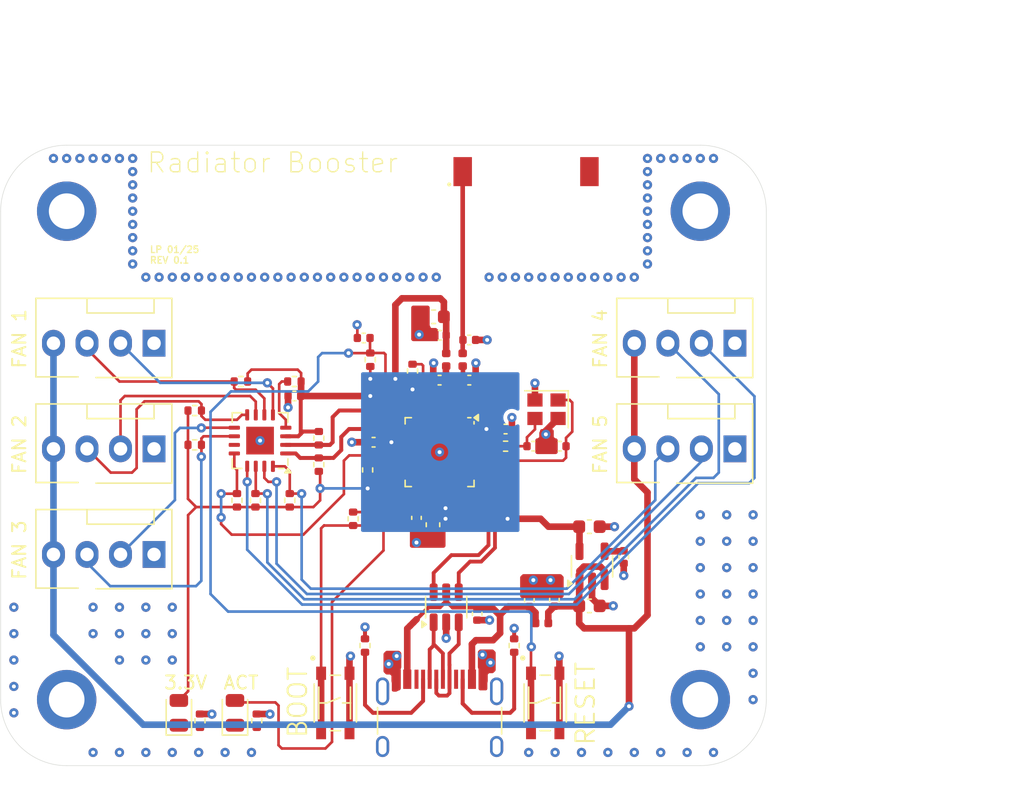
<source format=kicad_pcb>
(kicad_pcb (version 20241229) (generator "pcbnew") (generator_version "9.0")
  (title_block (title "Radiator Booster") (date "2025-01-19") (rev "0.1") (company "LP"))
  (layers (0 "F.Cu" signal "Front") (4 "In1.Cu" power) (6 "In2.Cu" power) (2 "B.Cu" signal "Back") (13 "F.Paste" user) (15 "B.Paste" user) (5 "F.SilkS" user "F.Silkscreen") (7 "B.SilkS" user "B.Silkscreen") (1 "F.Mask" user) (3 "B.Mask" user) (25 "Edge.Cuts" user))
  (net 0 "")
  (net 1 "GND")
  (net 2 "/[3] MCU/XTAL_N")
  (net 3 "+3.3V")
  (net 4 "+3.3V_RF")
  (net 5 "/[3] MCU/RF_ANT")
  (net 6 "VBUS")
  (net 7 "+5V")
  (net 8 "Net-(D201-K)")
  (net 9 "/[3] MCU/XTAL_IN")
  (net 10 "/[3] MCU/CHIP_EN")
  (net 11 "Net-(D301-K)")
  (net 12 "/[3] MCU/ACT")
  (net 15 "/[3] MCU/USB_CONN_D-")
  (net 16 "/[3] MCU/USB_CONN_CC2")
  (net 17 "/[3] MCU/USB_CONN_D+")
  (net 20 "/[3] MCU/USB_CONN_CC1")
  (net 21 "/[3] MCU/USB_D+")
  (net 22 "/[3] MCU/USB_D-")
  (net 23 "/[3] MCU/XTAL_P")
  (net 24 "/[3] MCU/BOOT")
  (net 25 "/I2C_DATA")
  (net 26 "/I2C_CLK")
  (net 27 "/FAN_ALERT")
  (net 38 "/[4] Fan Control/Tach1")
  (net 39 "/[4] Fan Control/PWM1")
  (net 40 "/[4] Fan Control/PWM2")
  (net 41 "/[4] Fan Control/TACH2")
  (net 42 "/[4] Fan Control/TACH3")
  (net 43 "/[4] Fan Control/PWM3")
  (net 44 "/[4] Fan Control/TACH4")
  (net 45 "/[4] Fan Control/PWM4")
  (net 46 "/[4] Fan Control/PWM5")
  (net 47 "/[4] Fan Control/TACH5")
  (net 48 "/[4] Fan Control/ADDR_SEL")
  (net 49 "/[3] MCU/GP2")
  (net 50 "/[3] MCU/GP8")
  (net 55 "/[3] MCU/RF_IN")
  (net 58 "/[2] Power/BP")
  (footprint "Capacitor_SMD:C_0402_1005Metric" (layer "F.Cu") (at 159.25 80 180)
    (property "Reference" "C401")
    (property "Value" "100n")
  )
  (footprint "Resistor_SMD:R_0402_1005Metric" (layer "F.Cu") (at 164.8 85.6 90)
    (property "Reference" "R305")
    (property "Value" "5k1")
  )
  (footprint "Resistor_SMD:R_0402_1005Metric" (layer "F.Cu") (at 168.2 78.1 90)
    (property "Reference" "R304")
    (property "Value" "5k1")
  )
  (footprint "Connector:FanPinHeader_1x04_P2.54mm_Vertical" (layer "F.Cu") (at 148.62 84 180)
    (property "Reference" "J402")
    (property "Value" "Fan2")
  )
  (footprint "Resistor_SMD:R_0402_1005Metric" (layer "F.Cu") (at 159.25 78.9)
    (property "Reference" "R402")
    (property "Value" "10k")
  )
  (footprint "Package_DFN_QFN:QFN-16-1EP_4x4mm_P0.65mm_EP2.1x2.1mm" (layer "F.Cu") (at 156.65 83.375 180)
    (property "Reference" "U401")
    (property "Value" "EMC2305-1-AP-TR")
  )
  (footprint "lzptr:SW_TL3365AF180QG" (layer "F.Cu") (at 178.25 103.2475 -90)
    (property "Reference" "SW301")
    (property "Value" "RESET")
  )
  (footprint "Resistor_SMD:R_0402_1005Metric" (layer "F.Cu") (at 175.25 83.8 180)
    (property "Reference" "R303")
    (property "Value" "22R")
  )
  (footprint "Crystal:Crystal_SMD_2520-4Pin_2.5x2.0mm" (layer "F.Cu") (at 178.35 81 180)
    (property "Reference" "Y301")
    (property "Value" "40 MHz")
  )
  (footprint "Connector_USB:USB_C_Receptacle_HRO_TYPE-C-31-M-12" (layer "F.Cu") (at 170.25 105.5)
    (property "Reference" "J301")
    (property "Value" "USB_C_Receptacle_USB2.0")
  )
  (footprint "Inductor_SMD:L_0402_1005Metric" (layer "F.Cu") (at 170.75 77.25 -90)
    (property "Reference" "L302")
    (property "Value" "2n2")
  )
  (footprint "lzptr:Rainsun-AN9520-245" (layer "F.Cu") (at 176.8 63)
    (property "Reference" "AE301")
    (property "Value" "Antenna")
  )
  (footprint "Resistor_SMD:R_0402_1005Metric" (layer "F.Cu") (at 156.3 87.9 90)
    (property "Reference" "R408")
    (property "Value" "2k2")
  )
  (footprint "Package_TO_SOT_SMD:SOT-23-6" (layer "F.Cu") (at 170.75 96 90)
    (property "Reference" "U301")
    (property "Value" "USBLC6-2SC6")
  )
  (footprint "Inductor_SMD:L_0402_1005Metric" (layer "F.Cu") (at 172 77.25 -90)
    (property "Reference" "L301")
    (property "Value" "2n2")
  )
  (footprint "Capacitor_SMD:C_0603_1608Metric" (layer "F.Cu") (at 169.8 73.9975 180)
    (property "Reference" "C305")
    (property "Value" "10u")
  )
  (footprint "Connector:FanPinHeader_1x04_P2.54mm_Vertical" (layer "F.Cu") (at 192.62 76 180)
    (property "Reference" "J404")
    (property "Value" "Fan4")
  )
  (footprint "Capacitor_SMD:C_0402_1005Metric" (layer "F.Cu") (at 165.25 83.5 180)
    (property "Reference" "C311")
    (property "Value" "100n")
  )
  (footprint "Capacitor_SMD:C_0402_1005Metric" (layer "F.Cu") (at 164.5 75.6025 180)
    (property "Reference" "C313")
    (property "Value" "100n")
  )
  (footprint "Resistor_SMD:R_0402_1005Metric" (layer "F.Cu") (at 156.4 104.5975 90)
    (property "Reference" "R308")
    (property "Value" "1k")
  )
  (footprint "Capacitor_SMD:C_0402_1005Metric" (layer "F.Cu") (at 170.27 75.3975 180)
    (property "Reference" "C307")
    (property "Value" "100n")
  )
  (footprint "MountingHole:MountingHole_2.7mm_M2.5_ISO14580_Pad" (layer "F.Cu") (at 190 102.9975)
    (property "Reference" "H104")
    (property "Value" "GND")
  )
  (footprint "Capacitor_SMD:C_0402_1005Metric" (layer "F.Cu") (at 177.05 95.465 90)
    (property "Reference" "C201")
    (property "Value" "100n")
  )
  (footprint "Package_DFN_QFN:QFN-32-1EP_5x5mm_P0.5mm_EP3.45x3.45mm" (layer "F.Cu") (at 170.25 84.25 -90)
    (property "Reference" "U302")
    (property "Value" "ESP32-C3FH4")
  )
  (footprint "Resistor_SMD:R_0402_1005Metric" (layer "F.Cu") (at 164.6 98.9 90)
    (property "Reference" "R301")
    (property "Value" "5k1")
  )
  (footprint "Capacitor_SMD:C_0402_1005Metric" (layer "F.Cu") (at 170.25 78.7975 180)
    (property "Reference" "C308")
    (property "Value" "100n")
  )
  (footprint "Resistor_SMD:R_0402_1005Metric" (layer "F.Cu") (at 163.7 89.3 -90)
    (property "Reference" "R306")
    (property "Value" "5k1")
  )
  (footprint "Resistor_SMD:R_0402_1005Metric" (layer "F.Cu") (at 151.7 83.7)
    (property "Reference" "R407")
    (property "Value" "2k2")
  )
  (footprint "MountingHole:MountingHole_2.7mm_M2.5_ISO14580_Pad" (layer "F.Cu") (at 142 65.9975)
    (property "Reference" "H101")
    (property "Value" "GND")
  )
  (footprint "Inductor_SMD:L_0402_1005Metric" (layer "F.Cu") (at 178 97.1975)
    (property "Reference" "L201")
    (property "Value" "2n2")
  )
  (footprint "MountingHole:MountingHole_2.7mm_M2.5_ISO14580_Pad" (layer "F.Cu") (at 142 103)
    (property "Reference" "H103")
    (property "Value" "GND")
  )
  (footprint "Connector:FanPinHeader_1x04_P2.54mm_Vertical" (layer "F.Cu") (at 148.62 76 180)
    (property "Reference" "J401")
    (property "Value" "Fan1")
  )
  (footprint "Capacitor_SMD:C_0402_1005Metric" (layer "F.Cu") (at 168.5 89.23 -90)
    (property "Reference" "C310")
    (property "Value" "100n")
  )
  (footprint "Resistor_SMD:R_0402_1005Metric" (layer "F.Cu") (at 154.9 87.9 -90)
    (property "Reference" "R401")
    (property "Value" "10k")
  )
  (footprint "Capacitor_SMD:C_0402_1005Metric" (layer "F.Cu") (at 177.35 83.8)
    (property "Reference" "C303")
    (property "Value" "10pF")
  )
  (footprint "Resistor_SMD:R_0402_1005Metric" (layer "F.Cu") (at 165 77.25 -90)
    (property "Reference" "R307")
    (property "Value" "5k1")
  )
  (footprint "Capacitor_SMD:C_0603_1608Metric" (layer "F.Cu") (at 181.6 95.8975)
    (property "Reference" "C203")
    (property "Value" "10u")
  )
  (footprint "Capacitor_SMD:C_0402_1005Metric" (layer "F.Cu") (at 184.2 92.1975 -90)
    (property "Reference" "C204")
    (property "Value" "100n")
  )
  (footprint "Resistor_SMD:R_0402_1005Metric" (layer "F.Cu") (at 175.9 98.9 90)
    (property "Reference" "R302")
    (property "Value" "5k1")
  )
  (footprint "Capacitor_SMD:C_0402_1005Metric" (layer "F.Cu") (at 178.95 95.445 90)
    (property "Reference" "C202")
    (property "Value" "100n")
  )
  (footprint "Capacitor_SMD:C_0603_1608Metric" (layer "F.Cu") (at 169.75 89.75 -90)
    (property "Reference" "C312")
    (property "Value" "10u")
  )
  (footprint "Package_TO_SOT_SMD:SOT-23-5" (layer "F.Cu") (at 181.8 92.8975 90)
    (property "Reference" "U201")
    (property "Value" "SPX3819M5-L-3-3")
  )
  (footprint "Capacitor_SMD:C_0402_1005Metric" (layer "F.Cu") (at 175.25 82.5)
    (property "Reference" "C309")
    (property "Value" "100n")
  )
  (footprint "Capacitor_SMD:C_0402_1005Metric" (layer "F.Cu") (at 179.35 83.8 180)
    (property "Reference" "C301")
    (property "Value" "10pF")
  )
  (footprint "LED_SMD:LED_0805_2012Metric" (layer "F.Cu") (at 154.75 104 90)
    (property "Reference" "D301")
    (property "Value" "RUN")
  )
  (footprint "Resistor_SMD:R_0402_1005Metric" (layer "F.Cu") (at 152.1 104.5975 90)
    (property "Reference" "R201")
    (property "Value" "1k")
  )
  (footprint "Capacitor_SMD:C_0603_1608Metric" (layer "F.Cu") (at 181.6 89.8975)
    (property "Reference" "C205")
    (property "Value" "10u")
  )
  (footprint "Resistor_SMD:R_0402_1005Metric" (layer "F.Cu") (at 161.1 85.1975 90)
    (property "Reference" "R403")
    (property "Value" "2k2")
  )
  (footprint "LED_SMD:LED_0805_2012Metric" (layer "F.Cu") (at 150.5 104 90)
    (property "Reference" "D201")
    (property "Value" "3.3V")
  )
  (footprint "Capacitor_SMD:C_0402_1005Metric" (layer "F.Cu") (at 173.1 96.4975 -90)
    (property "Reference" "C306")
    (property "Value" "100n")
  )
  (footprint "lzptr:SW_TL3365AF180QG" (layer "F.Cu") (at 162.35 103.25 -90)
    (property "Reference" "SW302")
    (property "Value" "BOOT")
  )
  (footprint "Capacitor_SMD:C_0402_1005Metric" (layer "F.Cu") (at 172.5 75.75)
    (property "Reference" "C302")
    (property "Value" "3p")
  )
  (footprint "Resistor_SMD:R_0402_1005Metric" (layer "F.Cu") (at 155.2 78.9 180)
    (property "Reference" "R405")
    (property "Value" "2k2")
  )
  (footprint "MountingHole:MountingHole_2.7mm_M2.5_ISO14580_Pad" (layer "F.Cu") (at 190 65.9975)
    (property "Reference" "H102")
    (property "Value" "GND")
  )
  (footprint "Resistor_SMD:R_0402_1005Metric" (layer "F.Cu") (at 161.1 83.1975 -90)
    (property "Reference" "R404")
    (property "Value" "2k2")
  )
  (footprint "Capacitor_SMD:C_0402_1005Metric" (layer "F.Cu") (at 172.5 78.7975)
    (property "Reference" "C304")
    (property "Value" "3p")
  )
  (footprint "Connector:FanPinHeader_1x04_P2.54mm_Vertical" (layer "F.Cu") (at 192.62 84 180)
    (property "Reference" "J405")
    (property "Value" "Fan5")
  )
  (footprint "Resistor_SMD:R_0402_1005Metric" (layer "F.Cu") (at 151.7 81.1)
    (property "Reference" "R406")
    (property "Value" "2k2")
  )
  (footprint "Connector:FanPinHeader_1x04_P2.54mm_Vertical" (layer "F.Cu") (at 148.62 92 180)
    (property "Reference" "J403")
    (property "Value" "Fan3")
  )
  (footprint "Resistor_SMD:R_0402_1005Metric" (layer "F.Cu") (at 158.9 87.9 90)
    (property "Reference" "R409")
    (property "Value" "2k2")
  )
  (gr_arc (start 142 108) (mid 138.464466 106.535534) (end 137 103) (stroke (width 0.0381)) (layer "Edge.Cuts"))
  (gr_line (start 137 65.9975) (end 137 103) (stroke (width 0.0381)) (layer "Edge.Cuts"))
  (gr_line (start 142 108) (end 190 107.9975) (stroke (width 0.0381)) (layer "Edge.Cuts"))
  (gr_line (start 190 60.9975) (end 142 60.9975) (stroke (width 0.0381)) (layer "Edge.Cuts"))
  (gr_arc (start 137 65.9975) (mid 138.464466 62.461966) (end 142 60.9975) (stroke (width 0.0381)) (layer "Edge.Cuts"))
  (gr_arc (start 190 60.9975) (mid 193.535534 62.461966) (end 195 65.9975) (stroke (width 0.0381)) (layer "Edge.Cuts"))
  (gr_line (start 195 103) (end 195 65.9975) (stroke (width 0.0381)) (layer "Edge.Cuts"))
  (gr_arc (start 194.999999 103) (mid 193.53465 106.533917) (end 190 107.9975) (stroke (width 0.0381)) (layer "Edge.Cuts"))
  (gr_text "FAN 5" (at 183 86 90) (layer "F.SilkS") (effects (font (size 1 1)) (justify left bottom)))
  (gr_text "LP 01/25\nREV 0.1" (at 148.25 70 0) (layer "F.SilkS") (effects (font (size 0.5 0.5) (thickness 0.1)) (justify left bottom)))
  (gr_text "ACT" (at 153.8 102.2975 0) (layer "F.SilkS") (effects (font (size 1 1)) (justify left bottom)))
  (gr_text "Radiator Booster" (at 148 63.2 0) (layer "F.SilkS") (effects (font (size 1.5 1.5) (thickness 0.1)) (justify left bottom)))
  (gr_text "FAN 1\n" (at 139 78 90) (layer "F.SilkS") (effects (font (size 1 1)) (justify left bottom)))
  (gr_text "FAN 3\n" (at 139 94 90) (layer "F.SilkS") (effects (font (size 1 1)) (justify left bottom)))
  (gr_text "FAN 2\n" (at 139 86 90) (layer "F.SilkS") (effects (font (size 1 1)) (justify left bottom)))
  (gr_text "FAN 4" (at 183 78 90) (layer "F.SilkS") (effects (font (size 1 1)) (justify left bottom)))
  (gr_text "3.3V" (at 149.3 102.2975 0) (layer "F.SilkS") (effects (font (size 1 1)) (justify left bottom)))
  (segment (start 178.3 82.9) (end 178.3 82.625) (width 0.5) (layer "F.Cu") (net 1))
  (segment (start 179.325 99.725) (end 179.3 99.7) (width 0.5) (layer "F.Cu") (net 1))
  (segment (start 156.4 104.0875) (end 157.39 104.0875) (width 0.5) (layer "F.Cu") (net 1))
  (segment (start 178.3 82.625) (end 179.225 81.7) (width 0.5) (layer "F.Cu") (net 1))
  (segment (start 172.98 77.52) (end 172.98 78.7975) (width 0.5) (layer "F.Cu") (net 1))
  (segment (start 152.99 104.0875) (end 153 104.0975) (width 0.5) (layer "F.Cu") (net 1))
  (segment (start 163.6025 83.5) (end 164.77 83.5) (width 0.5) (layer "F.Cu") (net 1))
  (segment (start 170.75 98.3475) (end 170.75 97.1375) (width 0.5) (layer "F.Cu") (net 1))
  (segment (start 164.02 74.6225) (end 164 74.6025) (width 0.2) (layer "F.Cu") (net 1))
  (segment (start 177.475 79.0225) (end 177.475 80.3) (width 0.5) (layer "F.Cu") (net 1))
  (segment (start 179.325 100.9975) (end 179.325 99.725) (width 0.5) (layer "F.Cu") (net 1))
  (segment (start 169.77 77.53) (end 169.77 78.7975) (width 0.5) (layer "F.Cu") (net 1))
  (segment (start 164.8 83.4975) (end 164.7975 83.5) (width 0.5) (layer "F.Cu") (net 1))
  (segment (start 157.39 104.0875) (end 157.4 104.0975) (width 0.5) (layer "F.Cu") (net 1))
  (segment (start 163.425 101) (end 163.425 105.5) (width 0.5) (layer "F.Cu") (net 1))
  (segment (start 152.1 104.0875) (end 152.99 104.0875) (width 0.5) (layer "F.Cu") (net 1))
  (segment (start 183.5025 89.8975) (end 183.5 89.9) (width 0.5) (layer "F.Cu") (net 1))
  (segment (start 164.7975 83.5) (end 164.77 83.5) (width 0.5) (layer "F.Cu") (net 1))
  (segment (start 184.2 93.595) (end 184.2 93.6) (width 0.5) (layer "F.Cu") (net 1))
  (segment (start 173.8525 75.75) (end 172.98 75.75) (width 0.5) (layer "F.Cu") (net 1))
  (segment (start 163.425 99.775) (end 163.5 99.7) (width 0.5) (layer "F.Cu") (net 1))
  (segment (start 179.325 100.9975) (end 179.325 105.4975) (width 0.5) (layer "F.Cu") (net 1))
  (segment (start 181.8 94.035) (end 181.8 95.3225) (width 0.5) (layer "F.Cu") (net 1))
  (segment (start 175.73 81.6275) (end 175.73 82.5) (width 0.5) (layer "F.Cu") (net 1))
  (segment (start 183.5025 89.8975) (end 182.375 89.8975) (width 0.5) (layer "F.Cu") (net 1))
  (segment (start 183.4025 95.8975) (end 182.375 95.8975) (width 0.5) (layer "F.Cu") (net 1))
  (segment (start 173 77.5) (end 172.98 77.52) (width 0.5) (layer "F.Cu") (net 1))
  (segment (start 175.9 98.39) (end 175.9 97.6) (width 0.3) (layer "F.Cu") (net 1))
  (segment (start 164.6 98.39) (end 164.6 97.5) (width 0.3) (layer "F.Cu") (net 1))
  (segment (start 184.2 93.595) (end 184.2 92.6775) (width 0.5) (layer "F.Cu") (net 1))
  (segment (start 164.02 75.6025) (end 164.02 74.6225) (width 0.2) (layer "F.Cu") (net 1))
  (segment (start 179.225 81.7) (end 179.225 81.8725) (width 0.5) (layer "F.Cu") (net 1))
  (segment (start 163.425 101) (end 163.425 99.775) (width 0.5) (layer "F.Cu") (net 1))
  (segment (start 174.0325 96.9775) (end 173.1 96.9775) (width 0.5) (layer "F.Cu") (net 1))
  (segment (start 169.8 77.5) (end 169.77 77.53) (width 0.5) (layer "F.Cu") (net 1))
  (segment (start 163.6 83.4975) (end 163.6025 83.5) (width 0.5) (layer "F.Cu") (net 1))
  (segment (start 181.8 95.3225) (end 182.375 95.8975) (width 0.5) (layer "F.Cu") (net 1))
  (segment (start 158.77 80.8675) (end 158.77 80) (width 0.5) (layer "F.Cu") (net 1))
  (via (at 190 97) (size 0.7) (drill 0.3) (layers "F.Cu" "B.Cu") (net 1))
  (via (at 174.0325 96.9775) (size 0.7) (drill 0.3) (layers "F.Cu" "B.Cu") (net 1))
  (via (at 166.4 100.2975) (size 0.7) (drill 0.3) (layers "F.Cu" "B.Cu") (net 1))
  (via (at 192 95) (size 0.7) (drill 0.3) (layers "F.Cu" "B.Cu") (net 1))
  (via (at 186 66) (size 0.7) (drill 0.3) (layers "F.Cu" "B.Cu") (net 1))
  (via (at 179 107) (size 0.7) (drill 0.3) (layers "F.Cu" "B.Cu") (net 1))
  (via (at 151 71) (size 0.7) (drill 0.3) (layers "F.Cu" "B.Cu") (net 1))
  (via (at 194 101) (size 0.7) (drill 0.3) (layers "F.Cu" "B.Cu") (net 1))
  (via (at 192 97) (size 0.7) (drill 0.3) (layers "F.Cu" "B.Cu") (net 1))
  (via (at 165 71) (size 0.7) (drill 0.3) (layers "F.Cu" "B.Cu") (net 1))
  (via (at 169 71) (size 0.7) (drill 0.3) (layers "F.Cu" "B.Cu") (net 1))
  (via (at 188 62) (size 0.7) (drill 0.3) (layers "F.Cu" "B.Cu") (net 1))
  (via (at 194 91) (size 0.7) (drill 0.3) (layers "F.Cu" "B.Cu") (net 1))
  (via (at 175 71) (size 0.7) (drill 0.3) (layers "F.Cu" "B.Cu") (net 1))
  (via (at 168.5 91.1) (size 0.7) (drill 0.3) (layers "F.Cu" "B.Cu") (net 1))
  (via (at 157 71) (size 0.7) (drill 0.3) (layers "F.Cu" "B.Cu") (net 1))
  (via (at 186 64) (size 0.7) (drill 0.3) (layers "F.Cu" "B.Cu") (net 1))
  (via (at 175.9 97.6) (size 0.7) (drill 0.3) (layers "F.Cu" "B.Cu") (net 1))
  (via (at 150 107) (size 0.7) (drill 0.3) (layers "F.Cu" "B.Cu") (net 1))
  (via (at 143 62) (size 0.7) (drill 0.3) (layers "F.Cu" "B.Cu") (net 1))
  (via (at 147 66) (size 0.7) (drill 0.3) (layers "F.Cu" "B.Cu") (net 1))
  (via (at 190 62) (size 0.7) (drill 0.3) (layers "F.Cu" "B.Cu") (net 1))
  (via (at 164 71) (size 0.7) (drill 0.3) (layers "F.Cu" "B.Cu") (net 1))
  (via (at 191 107) (size 0.7) (drill 0.3) (layers "F.Cu" "B.Cu") (net 1))
  (via (at 186 62) (size 0.7) (drill 0.3) (layers "F.Cu" "B.Cu") (net 1))
  (via (at 190 99) (size 0.7) (drill 0.3) (layers "F.Cu" "B.Cu") (net 1))
  (via (at 194 89) (size 0.7) (drill 0.3) (layers "F.Cu" "B.Cu") (net 1))
  (via (at 169.8 77.5) (size 0.7) (drill 0.3) (layers "F.Cu" "B.Cu") (net 1))
  (via (at 150 100) (size 0.7) (drill 0.3) (layers "F.Cu" "B.Cu") (net 1))
  (via (at 163 71) (size 0.7) (drill 0.3) (layers "F.Cu" "B.Cu") (net 1))
  (via (at 155 71) (size 0.7) (drill 0.3) (layers "F.Cu" "B.Cu") (net 1))
  (via (at 146 107) (size 0.7) (drill 0.3) (layers "F.Cu" "B.Cu") (net 1))
  (via (at 184.2 93.6) (size 0.7) (drill 0.3) (layers "F.Cu" "B.Cu") (net 1))
  (via (at 138 96) (size 0.7) (drill 0.3) (layers "F.Cu" "B.Cu") (net 1))
  (via (at 164 74.6025) (size 0.7) (drill 0.3) (layers "F.Cu" "B.Cu") (net 1))
  (via (at 147 68) (size 0.7) (drill 0.3) (layers "F.Cu" "B.Cu") (net 1))
  (via (at 190 93) (size 0.7) (drill 0.3) (layers "F.Cu" "B.Cu") (net 1))
  (via (at 150 71) (size 0.7) (drill 0.3) (layers "F.Cu" "B.Cu") (net 1))
  (via (at 179 71) (size 0.7) (drill 0.3) (layers "F.Cu" "B.Cu") (net 1))
  (via (at 194 99) (size 0.7) (drill 0.3) (layers "F.Cu" "B.Cu") (net 1))
  (via (at 138 102) (size 0.7) (drill 0.3) (layers "F.Cu" "B.Cu") (net 1))
  (via (at 173 77.5) (size 0.7) (drill 0.3) (layers "F.Cu" "B.Cu") (net 1))
  (via (at 162 71) (size 0.7) (drill 0.3) (layers "F.Cu" "B.Cu") (net 1))
  (via (at 184 71) (size 0.7) (drill 0.3) (layers "F.Cu" "B.Cu") (net 1))
  (via (at 181 71) (size 0.7) (drill 0.3) (layers "F.Cu" "B.Cu") (net 1))
  (via (at 178 71) (size 0.7) (drill 0.3) (layers "F.Cu" "B.Cu") (net 1))
  (via (at 179.3 99.7) (size 0.7) (drill 0.3) (layers "F.Cu" "B.Cu") (net 1))
  (via (at 190 91) (size 0.7) (drill 0.3) (layers "F.Cu" "B.Cu") (net 1))
  (via (at 173.8525 75.75) (size 0.7) (drill 0.3) (layers "F.Cu" "B.Cu") (net 1))
  (via (at 138 100) (size 0.7) (drill 0.3) (layers "F.Cu" "B.Cu") (net 1))
  (via (at 177 71) (size 0.7) (drill 0.3) (layers "F.Cu" "B.Cu") (net 1))
  (via (at 147 69) (size 0.7) (drill 0.3) (layers "F.Cu" "B.Cu") (net 1))
  (via (at 186 63) (size 0.7) (drill 0.3) (layers "F.Cu" "B.Cu") (net 1))
  (via (at 186 68) (size 0.7) (drill 0.3) (layers "F.Cu" "B.Cu") (net 1))
  (via (at 176 71) (size 0.7) (drill 0.3) (layers "F.Cu" "B.Cu") (net 1))
  (via (at 185 107) (size 0.7) (drill 0.3) (layers "F.Cu" "B.Cu") (net 1))
  (via (at 164.6 97.5) (size 0.7) (drill 0.3) (layers "F.Cu" "B.Cu") (net 1))
  (via (at 183.4025 95.8975) (size 0.7) (drill 0.3) (layers "F.Cu" "B.Cu") (net 1))
  (via (at 153 104.0975) (size 0.7) (drill 0.3) (layers "F.Cu" "B.Cu") (net 1))
  (via (at 158 71) (size 0.7) (drill 0.3) (layers "F.Cu" "B.Cu") (net 1))
  (via (at 183 107) (size 0.7) (drill 0.3) (layers "F.Cu" "B.Cu") (net 1))
  (via (at 144 96) (size 0.7) (drill 0.3) (layers "F.Cu" "B.Cu") (net 1))
  (via (at 154 71) (size 0.7) (drill 0.3) (layers "F.Cu" "B.Cu") (net 1))
  (via (at 178.3 82.9) (size 0.7) (drill 0.3) (layers "F.Cu" "B.Cu") (net 1))
  (via (at 144 62) (size 0.7) (drill 0.3) (layers "F.Cu" "B.Cu") (net 1))
  (via (at 191 62) (size 0.7) (drill 0.3) (layers "F.Cu" "B.Cu") (net 1))
  (via (at 163.5 99.7) (size 0.7) (drill 0.3) (layers "F.Cu" "B.Cu") (net 1))
  (via (at 180 71) (size 0.7) (drill 0.3) (layers "F.Cu" "B.Cu") (net 1))
  (via (at 146 98) (size 0.7) (drill 0.3) (layers "F.Cu" "B.Cu") (net 1))
  (via (at 159 71) (size 0.7) (drill 0.3) (layers "F.Cu" "B.Cu") (net 1))
  (via (at 141 62) (size 0.7) (drill 0.3) (layers "F.Cu" "B.Cu") (net 1))
  (via (at 146 96) (size 0.7) (drill 0.3) (layers "F.Cu" "B.Cu") (net 1))
  (via (at 175.73 81.6275) (size 0.7) (drill 0.3) (layers "F.Cu" "B.Cu") (net 1))
  (via (at 148 96) (size 0.7) (drill 0.3) (layers "F.Cu" "B.Cu") (net 1))
  (via (at 153 71) (size 0.7) (drill 0.3) (layers "F.Cu" "B.Cu") (net 1))
  (via (at 183.5 89.9) (size 0.7) (drill 0.3) (layers "F.Cu" "B.Cu") (net 1))
  (via (at 186 67) (size 0.7) (drill 0.3) (layers "F.Cu" "B.Cu") (net 1))
  (via (at 147 62) (size 0.7) (drill 0.3) (layers "F.Cu" "B.Cu") (net 1))
  (via (at 167 99.6975) (size 0.7) (drill 0.3) (layers "F.Cu" "B.Cu") (net 1))
  (via (at 177.35 93.945) (size 0.7) (drill 0.3) (layers "F.Cu" "B.Cu") (net 1))
  (via (at 163.6 83.4975) (size 0.7) (drill 0.3) (layers "F.Cu" "B.Cu") (net 1))
  (via (at 148 100) (size 0.7) (drill 0.3) (layers "F.Cu" "B.Cu") (net 1))
  (via (at 152 71) (size 0.7) (drill 0.3) (layers "F.Cu" "B.Cu") (net 1))
  (via (at 177 107) (size 0.7) (drill 0.3) (layers "F.Cu" "B.Cu") (net 1))
  (via (at 186 69) (size 0.7) (drill 0.3) (layers "F.Cu" "B.Cu") (net 1))
  (via (at 194 103) (size 0.7) (drill 0.3) (layers "F.Cu" "B.Cu") (net 1))
  (via (at 138 104) (size 0.7) (drill 0.3) (layers "F.Cu" "B.Cu") (net 1))
  (via (at 183 71) (size 0.7) (drill 0.3) (layers "F.Cu" "B.Cu") (net 1))
  (via (at 161 71) (size 0.7) (drill 0.3) (layers "F.Cu" "B.Cu") (net 1))
  (via (at 150 96) (size 0.7) (drill 0.3) (layers "F.Cu" "B.Cu") (net 1))
  (via (at 192 89) (size 0.7) (drill 0.3) (layers "F.Cu" "B.Cu") (net 1))
  (via (at 189 62) (size 0.7) (drill 0.3) (layers "F.Cu" "B.Cu") (net 1))
  (via (at 144 107) (size 0.7) (drill 0.3) (layers "F.Cu" "B.Cu") (net 1))
  (via (at 170 71) (size 0.7) (drill 0.3) (layers "F.Cu" "B.Cu") (net 1))
  (via (at 192 91) (size 0.7) (drill 0.3) (layers "F.Cu" "B.Cu") (net 1))
  (via (at 194 97) (size 0.7) (drill 0.3) (layers "F.Cu" "B.Cu") (net 1))
  (via (at 186 70) (size 0.7) (drill 0.3) (layers "F.Cu" "B.Cu") (net 1))
  (via (at 157.4 104.0975) (size 0.7) (drill 0.3) (layers "F.Cu" "B.Cu") (net 1))
  (via (at 152 107) (size 0.7) (drill 0.3) (layers "F.Cu" "B.Cu") (net 1))
  (via (at 147 63) (size 0.7) (drill 0.3) (layers "F.Cu" "B.Cu") (net 1))
  (via (at 192 99) (size 0.7) (drill 0.3) (layers "F.Cu" "B.Cu") (net 1))
  (via (at 147 67) (size 0.7) (drill 0.3) (layers "F.Cu" "B.Cu") (net 1))
  (via (at 156.65 83.375) (size 0.7) (drill 0.3) (layers "F.Cu" "B.Cu") (net 1))
  (via (at 190 89) (size 0.7) (drill 0.3) (layers "F.Cu" "B.Cu") (net 1))
  (via (at 148 107) (size 0.7) (drill 0.3) (layers "F.Cu" "B.Cu") (net 1))
  (via (at 142 62) (size 0.7) (drill 0.3) (layers "F.Cu" "B.Cu") (net 1))
  (via (at 168.7 75.345) (size 0.7) (drill 0.3) (layers "F.Cu" "B.Cu") (net 1))
  (via (at 148 71) (size 0.7) (drill 0.3) (layers "F.Cu" "B.Cu") (net 1))
  (via (at 168 71) (size 0.7) (drill 0.3) (layers "F.Cu" "B.Cu") (net 1))
  (via (at 174.1 100.1975) (size 0.7) (drill 0.3) (layers "F.Cu" "B.Cu") (net 1))
  (via (at 186 65) (size 0.7) (drill 0.3) (layers "F.Cu" "B.Cu") (net 1))
  (via (at 147 65) (size 0.7) (drill 0.3) (layers "F.Cu" "B.Cu") (net 1))
  (via (at 156 71) (size 0.7) (drill 0.3) (layers "F.Cu" "B.Cu") (net 1))
  (via (at 166 71) (size 0.7) (drill 0.3) (layers "F.Cu" "B.Cu") (net 1))
  (via (at 147 70) (size 0.7) (drill 0.3) (layers "F.Cu" "B.Cu") (net 1))
  (via (at 146 100) (size 0.7) (drill 0.3) (layers "F.Cu" "B.Cu") (net 1))
  (via (at 185 71) (size 0.7) (drill 0.3) (layers "F.Cu" "B.Cu") (net 1))
  (via (at 189 107) (size 0.7) (drill 0.3) (layers "F.Cu" "B.Cu") (net 1))
  (via (at 177.475 79.0225) (size 0.7) (drill 0.3) (layers "F.Cu" "B.Cu") (net 1))
  (via (at 174 71) (size 0.7) (drill 0.3) (layers "F.Cu" "B.Cu") (net 1))
  (via (at 194 95) (size 0.7) (drill 0.3) (layers "F.Cu" "B.Cu") (net 1))
  (via (at 170.25 84.25) (size 0.7) (drill 0.3) (layers "F.Cu" "B.Cu") (net 1))
  (via (at 144 98) (size 0.7) (drill 0.3) (layers "F.Cu" "B.Cu") (net 1))
  (via (at 181 107) (size 0.7) (drill 0.3) (layers "F.Cu" "B.Cu") (net 1))
  (via (at 182 71) (size 0.7) (drill 0.3) (layers "F.Cu" "B.Cu") (net 1))
  (via (at 146 62) (size 0.7) (drill 0.3) (layers "F.Cu" "B.Cu") (net 1))
  (via (at 170.75 98.3475) (size 0.7) (drill 0.3) (layers "F.Cu" "B.Cu") (net 1))
  (via (at 145 62) (size 0.7) (drill 0.3) (layers "F.Cu" "B.Cu") (net 1))
  (via (at 149 71) (size 0.7) (drill 0.3) (layers "F.Cu" "B.Cu") (net 1))
  (via (at 150 98) (size 0.7) (drill 0.3) (layers "F.Cu" "B.Cu") (net 1))
  (via (at 156 107) (size 0.7) (drill 0.3) (layers "F.Cu" "B.Cu") (net 1))
  (via (at 194 93) (size 0.7) (drill 0.3) (layers "F.Cu" "B.Cu") (net 1))
  (via (at 167 71) (size 0.7) (drill 0.3) (layers "F.Cu" "B.Cu") (net 1))
  (via (at 178.65 93.945) (size 0.7) (drill 0.3) (layers "F.Cu" "B.Cu") (net 1))
  (via (at 192 93) (size 0.7) (drill 0.3) (layers "F.Cu" "B.Cu") (net 1))
  (via (at 187 62) (size 0.7) (drill 0.3) (layers "F.Cu" "B.Cu") (net 1))
  (via (at 147 64) (size 0.7) (drill 0.3) (layers "F.Cu" "B.Cu") (net 1))
  (via (at 138 98) (size 0.7) (drill 0.3) (layers "F.Cu" "B.Cu") (net 1))
  (via (at 158.77 80.8675) (size 0.7) (drill 0.3) (layers "F.Cu" "B.Cu") (net 1))
  (via (at 187 107) (size 0.7) (drill 0.3) (layers "F.Cu" "B.Cu") (net 1))
  (via (at 160 71) (size 0.7) (drill 0.3) (layers "F.Cu" "B.Cu") (net 1))
  (via (at 148 98) (size 0.7) (drill 0.3) (layers "F.Cu" "B.Cu") (net 1))
  (via (at 154 107) (size 0.7) (drill 0.3) (layers "F.Cu" "B.Cu") (net 1))
  (via (at 190 95) (size 0.7) (drill 0.3) (layers "F.Cu" "B.Cu") (net 1))
  (via (at 173.5 99.5975) (size 0.7) (drill 0.3) (layers "F.Cu" "B.Cu") (net 1))
  (segment (start 174.4 84.8975) (end 173.5 83.9975) (width 0.2) (layer "F.Cu") (net 2))
  (segment (start 173.5 83.9975) (end 173.4975 84) (width 0.2) (layer "F.Cu") (net 2))
  (segment (start 180.1 80.2975) (end 180.0975 80.3) (width 0.2) (layer "F.Cu") (net 2))
  (segment (start 180.0975 80.3) (end 179.225 80.3) (width 0.2) (layer "F.Cu") (net 2))
  (segment (start 179.6 84.8975) (end 174.4 84.8975) (width 0.2) (layer "F.Cu") (net 2))
  (segment (start 180.3 82.6975) (end 180.3 80.4975) (width 0.2) (layer "F.Cu") (net 2))
  (segment (start 179.83 84.6675) (end 179.83 83.8) (width 0.2) (layer "F.Cu") (net 2))
  (segment (start 180.3 80.4975) (end 180.1 80.2975) (width 0.2) (layer "F.Cu") (net 2))
  (segment (start 179.83 83.8) (end 179.83 83.1675) (width 0.2) (layer "F.Cu") (net 2))
  (segment (start 179.83 84.6675) (end 179.6 84.8975) (width 0.2) (layer "F.Cu") (net 2))
  (segment (start 173.4975 84) (end 172.6875 84) (width 0.2) (layer "F.Cu") (net 2))
  (segment (start 179.83 83.1675) (end 180.3 82.6975) (width 0.2) (layer "F.Cu") (net 2))
  (segment (start 151.19 81.2) (end 151.19 83.7) (width 0.2) (layer "F.Cu") (net 3))
  (segment (start 168.5 88.75) (end 168.6525 88.75) (width 0.2) (layer "F.Cu") (net 3))
  (segment (start 178.5 89.8975) (end 177.9 89.2975) (width 0.5) (layer "F.Cu") (net 3))
  (segment (start 165 77.76) (end 165 78.7) (width 0.2) (layer "F.Cu") (net 3))
  (segment (start 159.5 78) (end 156 78) (width 0.2) (layer "F.Cu") (net 3))
  (segment (start 173.3 83) (end 173.8 82.5) (width 0.2) (layer "F.Cu") (net 3))
  (segment (start 155.71 78.29) (end 155.71 78.9) (width 0.2) (layer "F.Cu") (net 3))
  (segment (start 161.2 87.9) (end 161.2 86.9975) (width 0.2) (layer "F.Cu") (net 3))
  (segment (start 164.85 80) (end 159.73 80) (width 0.5) (layer "F.Cu") (net 3))
  (segment (start 151.81 88.41) (end 154.9 88.41) (width 0.2) (layer "F.Cu") (net 3))
  (segment (start 167.8125 83.5) (end 166.6 83.5) (width 0.2) (layer "F.Cu") (net 3))
  (segment (start 170.575 72.875) (end 170.3 72.6) (width 0.5) (layer "F.Cu") (net 3))
  (segment (start 164.51 88.79) (end 164.8 88.5) (width 0.2) (layer "F.Cu") (net 3))
  (segment (start 159.76 78.9) (end 159.76 78.26) (width 0.2) (layer "F.Cu") (net 3))
  (segment (start 151.19 83.7) (end 151.19 87.79) (width 0.2) (layer "F.Cu") (net 3))
  (segment (start 165.73 83.5) (end 166.6 83.5) (width 0.5) (layer "F.Cu") (net 3))
  (segment (start 159.76 78.9) (end 159.76 79.97) (width 0.5) (layer "F.Cu") (net 3))
  (segment (start 154.9 88.41) (end 156.3 88.41) (width 0.2) (layer "F.Cu") (net 3))
  (segment (start 170.75 75.3975) (end 170.75 74.2225) (width 0.5) (layer "F.Cu") (net 3))
  (segment (start 151.7 88.3) (end 151.81 88.41) (width 0.2) (layer "F.Cu") (net 3))
  (segment (start 168.5 86.6875) (end 168.5 88.75) (width 0.2) (layer "F.Cu") (net 3))
  (segment (start 170.3 72.6) (end 167.4 72.6) (width 0.5) (layer "F.Cu") (net 3))
  (segment (start 159.73 82.8675) (end 159.91 82.6875) (width 0.3) (layer "F.Cu") (net 3))
  (segment (start 151.19 87.79) (end 151.7 88.3) (width 0.2) (layer "F.Cu") (net 3))
  (segment (start 164.8 88.5) (end 164.8 87) (width 0.2) (layer "F.Cu") (net 3))
  (segment (start 164.8 86.11) (end 164.8 87) (width 0.2) (layer "F.Cu") (net 3))
  (segment (start 156.3 88.41) (end 157.7 88.41) (width 0.2) (layer "F.Cu") (net 3))
  (segment (start 159.73 78.93) (end 159.76 78.9) (width 0.3) (layer "F.Cu") (net 3))
  (segment (start 175.4025 89.2975) (end 175.4 89.3) (width 0.5) (layer "F.Cu") (net 3))
  (segment (start 180.85 89.9225) (end 180.825 89.8975) (width 0.5) (layer "F.Cu") (net 3))
  (segment (start 156 78) (end 155.71 78.29) (width 0.2) (layer "F.Cu") (net 3))
  (segment (start 160.69 88.41) (end 161.2 87.9) (width 0.2) (layer "F.Cu") (net 3))
  (segment (start 166.9 73.1) (end 166.9 78.7) (width 0.5) (layer "F.Cu") (net 3))
  (segment (start 164.85 80) (end 165 80) (width 0.5) (layer "F.Cu") (net 3))
  (segment (start 172.6875 82.5) (end 173.8 82.5) (width 0.2) (layer "F.Cu") (net 3))
  (segment (start 158.6 83.05) (end 159.5475 83.05) (width 0.3) (layer "F.Cu") (net 3))
  (segment (start 161.2 86.9975) (end 161.2 85.8075) (width 0.2) (layer "F.Cu") (net 3))
  (segment (start 177.9 89.2975) (end 175.4025 89.2975) (width 0.5) (layer "F.Cu") (net 3))
  (segment (start 159.76 78.26) (end 159.5 78) (width 0.2) (layer "F.Cu") (net 3))
  (segment (start 168.2 78.61) (end 168.2 79.5) (width 0.2) (layer "F.Cu") (net 3))
  (segment (start 151.2 89.02) (end 151.2 102.3625) (width 0.2) (layer "F.Cu") (net 3))
  (segment (start 170.75 76.765) (end 170.75 75.75) (width 0.5) (layer "F.Cu") (net 3))
  (segment (start 180.85 91.76) (end 180.85 89.9225) (width 0.5) (layer "F.Cu") (net 3))
  (segment (start 167.4 72.6) (end 166.9 73.1) (width 0.5) (layer "F.Cu") (net 3))
  (segment (start 170.75 74.2225) (end 170.525 73.9975) (width 0.5) (layer "F.Cu") (net 3))
  (segment (start 180.825 89.8975) (end 178.5 89.8975) (width 0.5) (layer "F.Cu") (net 3))
  (segment (start 159.73 82.8675) (end 159.73 80) (width 0.3) (layer "F.Cu") (net 3))
  (segment (start 168.6525 88.75) (end 168.7 88.7975) (width 0.2) (layer "F.Cu") (net 3))
  (segment (start 159.91 82.6875) (end 161.1 82.6875) (width 0.3) (layer "F.Cu") (net 3))
  (segment (start 172.6875 83) (end 173.3 83) (width 0.2) (layer "F.Cu") (net 3))
  (segment (start 151.81 88.41) (end 151.2 89.02) (width 0.2) (layer "F.Cu") (net 3))
  (segment (start 151.2 102.3625) (end 150.5 103.0625) (width 0.2) (layer "F.Cu") (net 3))
  (segment (start 159.76 79.97) (end 159.73 80) (width 0.5) (layer "F.Cu") (net 3))
  (segment (start 173.8 82.5) (end 174.77 82.5) (width 0.2) (layer "F.Cu") (net 3))
  (segment (start 170.575 73.9975) (end 170.575 72.875) (width 0.5) (layer "F.Cu") (net 3))
  (segment (start 163.7 88.79) (end 164.51 88.79) (width 0.2) (layer "F.Cu") (net 3))
  (segment (start 161.2 85.8075) (end 161.1 85.7075) (width 0.2) (layer "F.Cu") (net 3))
  (segment (start 157.7 88.41) (end 160.69 88.41) (width 0.2) (layer "F.Cu") (net 3))
  (segment (start 159.5475 83.05) (end 159.73 82.8675) (width 0.3) (layer "F.Cu") (net 3))
  (via (at 175.4 89.3) (size 0.7) (drill 0.3) (layers "F.Cu" "B.Cu") (net 3))
  (via (at 166.9 78.7) (size 0.7) (drill 0.3) (layers "F.Cu" "B.Cu") (net 3))
  (via (at 170.7 88.4975) (size 0.7) (drill 0.3) (layers "F.Cu" "B.Cu") (net 3))
  (via (at 164.8 87) (size 0.7) (drill 0.3) (layers "F.Cu" "B.Cu") (net 3))
  (via (at 165 78.7) (size 0.7) (drill 0.3) (layers "F.Cu" "B.Cu") (net 3))
  (via (at 170.7 89.2975) (size 0.7) (drill 0.3) (layers "F.Cu" "B.Cu") (net 3))
  (via (at 168.2 79.5) (size 0.7) (drill 0.3) (layers "F.Cu" "B.Cu") (net 3))
  (via (at 173.8 82.5) (size 0.7) (drill 0.3) (layers "F.Cu" "B.Cu") (net 3))
  (via (at 161.2 86.9975) (size 0.7) (drill 0.3) (layers "F.Cu" "B.Cu") (net 3))
  (via (at 165 80) (size 0.7) (drill 0.3) (layers "F.Cu" "B.Cu") (net 3))
  (via (at 166.6 83.5) (size 0.7) (drill 0.3) (layers "F.Cu" "B.Cu") (net 3))
  (segment (start 164.7975 86.9975) (end 164.8 87) (width 0.2) (layer "B.Cu") (net 3))
  (segment (start 161.2 86.9975) (end 164.7975 86.9975) (width 0.2) (layer "B.Cu") (net 3))
  (segment (start 170.73 80.0975) (end 170.73 80.8275) (width 0.2) (layer "F.Cu") (net 4))
  (segment (start 171.5 80.8675) (end 170.73 80.0975) (width 0.2) (layer "F.Cu") (net 4))
  (segment (start 170.73 80.8275) (end 171 81.0975) (width 0.2) (layer "F.Cu") (net 4))
  (segment (start 170.73 77.755) (end 170.75 77.735) (width 0.5) (layer "F.Cu") (net 4))
  (segment (start 171.5 81.8125) (end 171.5 80.8675) (width 0.2) (layer "F.Cu") (net 4))
  (segment (start 171 81.0975) (end 171 81.8125) (width 0.2) (layer "F.Cu") (net 4))
  (segment (start 170.73 78.7975) (end 170.73 77.755) (width 0.5) (layer "F.Cu") (net 4))
  (segment (start 170.73 78.7975) (end 170.73 80.0975) (width 0.2) (layer "F.Cu") (net 4))
  (segment (start 172.02 75.75) (end 172.02 75.5175) (width 0.3493) (layer "F.Cu") (net 5))
  (segment (start 172 75.4975) (end 172 63) (width 0.3493) (layer "F.Cu") (net 5))
  (segment (start 172 76.765) (end 172 75.77) (width 0.3493) (layer "F.Cu") (net 5))
  (segment (start 172.02 75.5175) (end 172 75.4975) (width 0.3493) (layer "F.Cu") (net 5))
  (segment (start 172 75.77) (end 172.02 75.75) (width 0.3493) (layer "F.Cu") (net 5))
  (segment (start 168.012408 97.409908) (end 168.262408 97.159908) (width 0.5) (layer "F.Cu") (net 6))
  (segment (start 170.75 95.524999) (end 171.242501 96.0175) (width 0.3) (layer "F.Cu") (net 6))
  (segment (start 177.515 97.1975) (end 177.515 96.41) (width 0.5) (layer "F.Cu") (net 6))
  (segment (start 168.012408 97.409908) (end 168.512408 96.909908) (width 0.3) (layer "F.Cu") (net 6))
  (segment (start 174.22 96.0175) (end 173.1 96.0175) (width 0.5) (layer "F.Cu") (net 6))
  (segment (start 169.424816 95.9975) (end 168.512408 96.909908) (width 0.3) (layer "F.Cu") (net 6))
  (segment (start 174.8325 96.565) (end 175.4525 95.945) (width 0.5) (layer "F.Cu") (net 6))
  (segment (start 168.262408 97.159908) (end 168.512408 96.909908) (width 0.5) (layer "F.Cu") (net 6))
  (segment (start 174.8325 96.63) (end 174.8325 96.565) (width 0.5) (layer "F.Cu") (net 6))
  (segment (start 170.75 94.8625) (end 170.75 95.524999) (width 0.3) (layer "F.Cu") (net 6))
  (segment (start 172.7 98.7975) (end 173 98.4975) (width 0.5) (layer "F.Cu") (net 6))
  (segment (start 172.7 101.455) (end 172.7 98.7975) (width 0.5) (layer "F.Cu") (net 6))
  (segment (start 171.242501 96.0175) (end 173.1 96.0175) (width 0.3) (layer "F.Cu") (net 6))
  (segment (start 167.8 97.622316) (end 168.012408 97.409908) (width 0.5) (layer "F.Cu") (net 6))
  (segment (start 173 98.4975) (end 174.3 98.4975) (width 0.5) (layer "F.Cu") (net 6))
  (segment (start 174.8325 96.63) (end 174.22 96.0175) (width 0.5) (layer "F.Cu") (net 6))
  (segment (start 177.515 96.41) (end 177.05 95.945) (width 0.5) (layer "F.Cu") (net 6))
  (segment (start 174.8325 97.965) (end 174.8325 96.63) (width 0.5) (layer "F.Cu") (net 6))
  (segment (start 167.8 101.455) (end 167.8 97.622316) (width 0.5) (layer "F.Cu") (net 6))
  (segment (start 175.4525 95.945) (end 177.05 95.945) (width 0.5) (layer "F.Cu") (net 6))
  (segment (start 170.277499 95.9975) (end 169.424816 95.9975) (width 0.3) (layer "F.Cu") (net 6))
  (segment (start 170.75 95.524999) (end 170.277499 95.9975) (width 0.3) (layer "F.Cu") (net 6))
  (segment (start 174.3 98.4975) (end 174.8325 97.965) (width 0.5) (layer "F.Cu") (net 6))
  (segment (start 178.85 95.925) (end 178.77 95.925) (width 0.5) (layer "F.Cu") (net 7))
  (segment (start 180.7975 95.925) (end 180.825 95.8975) (width 0.5) (layer "F.Cu") (net 7))
  (segment (start 180.825 95.8975) (end 180.825 97.2225) (width 0.5) (layer "F.Cu") (net 7))
  (segment (start 181.1725 92.9225) (end 180.85 93.245) (width 0.5) (layer "F.Cu") (net 7))
  (segment (start 178.95 95.925) (end 180.7975 95.925) (width 0.5) (layer "F.Cu") (net 7))
  (segment (start 185 84) (end 185 76) (width 0.5) (layer "F.Cu") (net 7))
  (segment (start 186 87.3) (end 185 86.3) (width 0.5) (layer "F.Cu") (net 7))
  (segment (start 182.4275 92.9225) (end 181.1725 92.9225) (width 0.5) (layer "F.Cu") (net 7))
  (segment (start 185 86.3) (end 185 84) (width 0.5) (layer "F.Cu") (net 7))
  (segment (start 184.6 103.4975) (end 184.6 97.5975) (width 0.5) (layer "F.Cu") (net 7))
  (segment (start 185 97.5975) (end 186 96.5975) (width 0.5) (layer "F.Cu") (net 7))
  (segment (start 180.825 97.2225) (end 181.2 97.5975) (width 0.5) (layer "F.Cu") (net 7))
  (segment (start 184.6 97.5975) (end 185 97.5975) (width 0.5) (layer "F.Cu") (net 7))
  (segment (start 182.75 94.035) (end 182.75 93.245) (width 0.5) (layer "F.Cu") (net 7))
  (segment (start 182.75 93.245) (end 182.4275 92.9225) (width 0.5) (layer "F.Cu") (net 7))
  (segment (start 180.825 95.8975) (end 180.825 94.06) (width 0.5) (layer "F.Cu") (net 7))
  (segment (start 180.825 94.06) (end 180.85 94.035) (width 0.5) (layer "F.Cu") (net 7))
  (segment (start 181.2 97.5975) (end 184.6 97.5975) (width 0.5) (layer "F.Cu") (net 7))
  (segment (start 180.85 93.245) (end 180.85 94.035) (width 0.5) (layer "F.Cu") (net 7))
  (segment (start 178.485 96.39) (end 178.95 95.925) (width 0.5) (layer "F.Cu") (net 7))
  (segment (start 186 96.5975) (end 186 87.3) (width 0.5) (layer "F.Cu") (net 7))
  (segment (start 178.485 97.1975) (end 178.485 96.39) (width 0.5) (layer "F.Cu") (net 7))
  (via (at 184.6 103.4975) (size 0.7) (drill 0.3) (layers "F.Cu" "B.Cu") (net 7))
  (segment (start 141 84) (end 141 76) (width 0.5) (layer "B.Cu") (net 7))
  (segment (start 147.8 104.8975) (end 141 98.0975) (width 0.5) (layer "B.Cu") (net 7))
  (segment (start 141 92) (end 141 84) (width 0.5) (layer "B.Cu") (net 7))
  (segment (start 183.2 104.8975) (end 147.8 104.8975) (width 0.5) (layer "B.Cu") (net 7))
  (segment (start 184.6 103.4975) (end 183.2 104.8975) (width 0.5) (layer "B.Cu") (net 7))
  (segment (start 141 98.0975) (end 141 92) (width 0.5) (layer "B.Cu") (net 7))
  (segment (start 151.7775 104.785) (end 152.1 105.1075) (width 0.2) (layer "F.Cu") (net 8))
  (segment (start 150.7 104.785) (end 151.7775 104.785) (width 0.2) (layer "F.Cu") (net 8))
  (segment (start 176.87 83.1275) (end 176.87 83.8) (width 0.2) (layer "F.Cu") (net 9))
  (segment (start 177.475 82.5225) (end 177.475 81.7) (width 0.2) (layer "F.Cu") (net 9))
  (segment (start 175.76 83.8) (end 176.87 83.8) (width 0.2) (layer "F.Cu") (net 9))
  (segment (start 176.87 83.1275) (end 177.475 82.5225) (width 0.2) (layer "F.Cu") (net 9))
  (segment (start 164.99 76.75) (end 165 76.74) (width 0.2) (layer "F.Cu") (net 10))
  (segment (start 165 75.6225) (end 164.98 75.6025) (width 0.2) (layer "F.Cu") (net 10))
  (segment (start 167.988896 80.15) (end 166.451076 80.15) (width 0.2) (layer "F.Cu") (net 10))
  (segment (start 166.451076 80.15) (end 166.15 79.848924) (width 0.2) (layer "F.Cu") (net 10))
  (segment (start 166.04 76.74) (end 165 76.74) (width 0.2) (layer "F.Cu") (net 10))
  (segment (start 177.175 105.4975) (end 177.175 100.9975) (width 0.5) (layer "F.Cu") (net 10))
  (segment (start 169 81.8125) (end 169 81.161104) (width 0.2) (layer "F.Cu") (net 10))
  (segment (start 166.15 79.848924) (end 166.15 76.85) (width 0.2) (layer "F.Cu") (net 10))
  (segment (start 177.175 99.025) (end 177.175 100.9975) (width 0.2) (layer "F.Cu") (net 10))
  (segment (start 164.98 75.6025) (end 164.98 76.77) (width 0.2) (layer "F.Cu") (net 10))
  (segment (start 177.2 99) (end 177.175 99.025) (width 0.2) (layer "F.Cu") (net 10))
  (segment (start 163.35 76.75) (end 164.99 76.75) (width 0.2) (layer "F.Cu") (net 10))
  (segment (start 166.15 76.85) (end 166.04 76.74) (width 0.2) (layer "F.Cu") (net 10))
  (segment (start 169 81.161104) (end 167.988896 80.15) (width 0.2) (layer "F.Cu") (net 10))
  (via (at 177.2 99) (size 0.7) (drill 0.3) (layers "F.Cu" "B.Cu") (net 10))
  (via (at 163.35 76.75) (size 0.7) (drill 0.3) (layers "F.Cu" "B.Cu") (net 10))
  (segment (start 161.05 78.9) (end 161.05 77.05) (width 0.2) (layer "B.Cu") (net 10))
  (segment (start 152.9 81.2) (end 154.45 79.65) (width 0.2) (layer "B.Cu") (net 10))
  (segment (start 159.75 79.65) (end 160.3 79.65) (width 0.2) (layer "B.Cu") (net 10))
  (segment (start 161.35 76.75) (end 163.35 76.75) (width 0.2) (layer "B.Cu") (net 10))
  (segment (start 160.45 79.5) (end 161.05 78.9) (width 0.2) (layer "B.Cu") (net 10))
  (segment (start 161.05 77.05) (end 161.35 76.75) (width 0.2) (layer "B.Cu") (net 10))
  (segment (start 177.2 96.5) (end 177.2 99) (width 0.2) (layer "B.Cu") (net 10))
  (segment (start 160.3 79.65) (end 160.45 79.5) (width 0.2) (layer "B.Cu") (net 10))
  (segment (start 154.45 79.65) (end 159.75 79.65) (width 0.2) (layer "B.Cu") (net 10))
  (segment (start 154.2275 96.3275) (end 177.0275 96.3275) (width 0.2) (layer "B.Cu") (net 10))
  (segment (start 177.0275 96.3275) (end 177.2 96.5) (width 0.2) (layer "B.Cu") (net 10))
  (segment (start 152.9 95) (end 154.2275 96.3275) (width 0.2) (layer "B.Cu") (net 10))
  (segment (start 152.9 81.2) (end 152.9 95) (width 0.2) (layer "B.Cu") (net 10))
  (segment (start 156.0775 104.785) (end 156.4 105.1075) (width 0.2) (layer "F.Cu") (net 11))
  (segment (start 155 104.785) (end 156.0775 104.785) (width 0.2) (layer "F.Cu") (net 11))
  (segment (start 158.05 103.45) (end 157.81 103.21) (width 0.2) (layer "F.Cu") (net 12))
  (segment (start 166 86.2) (end 166.2 86) (width 0.2) (layer "F.Cu") (net 12))
  (segment (start 161.6 106.7) (end 158.3 106.7) (width 0.2) (layer "F.Cu") (net 12))
  (segment (start 158.3 106.7) (end 158.05 106.45) (width 0.2) (layer "F.Cu") (net 12))
  (segment (start 166.2 86) (end 167.8125 86) (width 0.2) (layer "F.Cu") (net 12))
  (segment (start 162.1 95.6) (end 162.1 106.2) (width 0.2) (layer "F.Cu") (net 12))
  (segment (start 158.05 106.45) (end 158.05 103.45) (width 0.2) (layer "F.Cu") (net 12))
  (segment (start 162.1 95.6) (end 166 91.7) (width 0.2) (layer "F.Cu") (net 12))
  (segment (start 157.81 103.21) (end 155 103.21) (width 0.2) (layer "F.Cu") (net 12))
  (segment (start 166 91.7) (end 166 86.2) (width 0.2) (layer "F.Cu") (net 12))
  (segment (start 162.1 106.2) (end 161.6 106.7) (width 0.2) (layer "F.Cu") (net 12))
  (segment (start 169.8 98.8975) (end 169.5 99.1975) (width 0.286) (layer "F.Cu") (net 15))
  (segment (start 169.8 98.7975) (end 170.5 99.4975) (width 0.286) (layer "F.Cu") (net 15))
  (segment (start 169.8 98.7975) (end 169.8 98.8975) (width 0.286) (layer "F.Cu") (net 15))
  (segment (start 169.5 99.1975) (end 169.5 101.455) (width 0.286) (layer "F.Cu") (net 15))
  (segment (start 170.5 99.4975) (end 170.5 101.455) (width 0.286) (layer "F.Cu") (net 15))
  (segment (start 169.8 97.1375) (end 169.8 98.7975) (width 0.286) (layer "F.Cu") (net 15))
  (segment (start 169.45 101.405) (end 169.5 101.455) (width 0.2) (layer "F.Cu") (net 15))
  (segment (start 172 101.455) (end 172 103.2975) (width 0.3) (layer "F.Cu") (net 16))
  (segment (start 175.9 103.7) (end 175.9 99.41) (width 0.3) (layer "F.Cu") (net 16))
  (segment (start 172.7 103.9975) (end 175.6025 103.9975) (width 0.3) (layer "F.Cu") (net 16))
  (segment (start 175.6025 103.9975) (end 175.9 103.7) (width 0.3) (layer "F.Cu") (net 16))
  (segment (start 172 103.2975) (end 172.7 103.9975) (width 0.3) (layer "F.Cu") (net 16))
  (segment (start 170.9946 99.5029) (end 170.9946 100.362099) (width 0.286) (layer "F.Cu") (net 17))
  (segment (start 170.9946 100.362099) (end 171 100.367499) (width 0.286) (layer "F.Cu") (net 17))
  (segment (start 171 100.367499) (end 171 101.455) (width 0.286) (layer "F.Cu") (net 17))
  (segment (start 171.7 98.7975) (end 170.9946 99.5029) (width 0.286) (layer "F.Cu") (net 17))
  (segment (start 170.2 102.6975) (end 170.8185 102.6975) (width 0.286) (layer "F.Cu") (net 17))
  (segment (start 171 102.516) (end 171 101.455) (width 0.286) (layer "F.Cu") (net 17))
  (segment (start 170.8185 102.6975) (end 171 102.516) (width 0.286) (layer "F.Cu") (net 17))
  (segment (start 170 102.4975) (end 170.2 102.6975) (width 0.286) (layer "F.Cu") (net 17))
  (segment (start 170 101.455) (end 170 102.4975) (width 0.286) (layer "F.Cu") (net 17))
  (segment (start 171.7 97.1375) (end 171.7 98.7975) (width 0.286) (layer "F.Cu") (net 17))
  (segment (start 165.2 103.9975) (end 164.6 103.3975) (width 0.3) (layer "F.Cu") (net 20))
  (segment (start 169 101.455) (end 169 103.0975) (width 0.3) (layer "F.Cu") (net 20))
  (segment (start 169 103.0975) (end 168.1 103.9975) (width 0.3) (layer "F.Cu") (net 20))
  (segment (start 164.6 103.3975) (end 164.6 99.41) (width 0.3) (layer "F.Cu") (net 20))
  (segment (start 168.1 103.9975) (end 165.2 103.9975) (width 0.3) (layer "F.Cu") (net 20))
  (segment (start 173.349151 85.5054) (end 173.653818 85.5054) (width 0.286) (layer "F.Cu") (net 21))
  (segment (start 173.653818 85.5054) (end 174.4446 86.296182) (width 0.286) (layer "F.Cu") (net 21))
  (segment (start 172.5554 92.5421) (end 171.7 93.3975) (width 0.286) (layer "F.Cu") (net 21))
  (segment (start 173.401318 92.5421) (end 172.5554 92.5421) (width 0.286) (layer "F.Cu") (net 21))
  (segment (start 174.4446 86.296182) (end 174.4446 91.498818) (width 0.286) (layer "F.Cu") (net 21))
  (segment (start 174.4446 91.498818) (end 173.401318 92.5421) (width 0.286) (layer "F.Cu") (net 21))
  (segment (start 171.7 93.3975) (end 171.7 94.8625) (width 0.286) (layer "F.Cu") (net 21))
  (segment (start 172.6875 85.5) (end 173.343751 85.5) (width 0.286) (layer "F.Cu") (net 21))
  (segment (start 173.343751 85.5) (end 173.349151 85.5054) (width 0.286) (layer "F.Cu") (net 21))
  (segment (start 171.1446 92.0529) (end 169.8 93.3975) (width 0.286) (layer "F.Cu") (net 22))
  (segment (start 169.8 93.3975) (end 169.8 94.8625) (width 0.286) (layer "F.Cu") (net 22))
  (segment (start 173.9554 91.296182) (end 173.198682 92.0529) (width 0.286) (layer "F.Cu") (net 22))
  (segment (start 173.349151 85.9946) (end 173.451182 85.9946) (width 0.286) (layer "F.Cu") (net 22))
  (segment (start 173.451182 85.9946) (end 173.9554 86.498818) (width 0.286) (layer "F.Cu") (net 22))
  (segment (start 173.198682 92.0529) (end 171.1446 92.0529) (width 0.286) (layer "F.Cu") (net 22))
  (segment (start 172.6875 86) (end 173.343751 86) (width 0.286) (layer "F.Cu") (net 22))
  (segment (start 173.9554 86.498818) (end 173.9554 91.296182) (width 0.286) (layer "F.Cu") (net 22))
  (segment (start 173.343751 86) (end 173.349151 85.9946) (width 0.286) (layer "F.Cu") (net 22))
  (segment (start 174.1 83.8) (end 174.74 83.8) (width 0.2) (layer "F.Cu") (net 23))
  (segment (start 172.6875 83.5) (end 173.8 83.5) (width 0.2) (layer "F.Cu") (net 23))
  (segment (start 173.8 83.5) (end 174.1 83.8) (width 0.2) (layer "F.Cu") (net 23))
  (segment (start 165.29 89.81) (end 165.6 89.5) (width 0.2) (layer "F.Cu") (net 24))
  (segment (start 166.7975 85.5) (end 167.8125 85.5) (width 0.2) (layer "F.Cu") (net 24))
  (segment (start 165.8975 85.5025) (end 166.795 85.5025) (width 0.2) (layer "F.Cu") (net 24))
  (segment (start 161.5 89.8) (end 161.51 89.81) (width 0.2) (layer "F.Cu") (net 24))
  (segment (start 161.5 89.8) (end 161.275 90.025) (width 0.2) (layer "F.Cu") (net 24))
  (segment (start 163.7 89.81) (end 165.29 89.81) (width 0.2) (layer "F.Cu") (net 24))
  (segment (start 165.6 89.5) (end 165.6 85.8) (width 0.2) (layer "F.Cu") (net 24))
  (segment (start 165.6 85.8) (end 165.8975 85.5025) (width 0.2) (layer "F.Cu") (net 24))
  (segment (start 166.795 85.5025) (end 166.7975 85.5) (width 0.2) (layer "F.Cu") (net 24))
  (segment (start 161.275 90.025) (end 161.275 101) (width 0.2) (layer "F.Cu") (net 24))
  (segment (start 161.275 105.5) (end 161.275 101) (width 0.5) (layer "F.Cu") (net 24))
  (segment (start 161.51 89.81) (end 163.7 89.81) (width 0.2) (layer "F.Cu") (net 24))
  (segment (start 159.35 84.35) (end 159.69 84.69) (width 0.3) (layer "F.Cu") (net 25))
  (segment (start 158.6 84.35) (end 159.35 84.35) (width 0.3) (layer "F.Cu") (net 25))
  (segment (start 162.8 84.0975) (end 162.8 83.0975) (width 0.3) (layer "F.Cu") (net 25))
  (segment (start 164.3025 82.5) (end 167.8125 82.5) (width 0.3) (layer "F.Cu") (net 25))
  (segment (start 159.69 84.69) (end 161.95 84.69) (width 0.3) (layer "F.Cu") (net 25))
  (segment (start 163.4 82.4975) (end 164.3 82.4975) (width 0.3) (layer "F.Cu") (net 25))
  (segment (start 164.3 82.4975) (end 164.3025 82.5) (width 0.3) (layer "F.Cu") (net 25))
  (segment (start 161.1 84.6875) (end 162.21 84.6875) (width 0.3) (layer "F.Cu") (net 25))
  (segment (start 162.8 83.0975) (end 163.4 82.4975) (width 0.3) (layer "F.Cu") (net 25))
  (segment (start 162.21 84.6875) (end 162.8 84.0975) (width 0.3) (layer "F.Cu") (net 25))
  (segment (start 168.5 81.2975) (end 168.5 81.8125) (width 0.3) (layer "F.Cu") (net 26))
  (segment (start 162.15 83.495) (end 162.15 81.595) (width 0.3) (layer "F.Cu") (net 26))
  (segment (start 168.3 81.0975) (end 168.5 81.2975) (width 0.3) (layer "F.Cu") (net 26))
  (segment (start 162.15 81.595) (end 162.65 81.095) (width 0.3) (layer "F.Cu") (net 26))
  (segment (start 163.5 81.0975) (end 168.3 81.0975) (width 0.3) (layer "F.Cu") (net 26))
  (segment (start 163.4975 81.095) (end 163.5 81.0975) (width 0.3) (layer "F.Cu") (net 26))
  (segment (start 161.1 83.7075) (end 161.9375 83.7075) (width 0.3) (layer "F.Cu") (net 26))
  (segment (start 161.9375 83.7075) (end 162.15 83.495) (width 0.3) (layer "F.Cu") (net 26))
  (segment (start 162.65 81.095) (end 163.4975 81.095) (width 0.3) (layer "F.Cu") (net 26))
  (segment (start 161.09 83.6975) (end 161.1 83.7075) (width 0.3) (layer "F.Cu") (net 26))
  (segment (start 158.6 83.7) (end 161.94 83.7) (width 0.3) (layer "F.Cu") (net 26))
  (segment (start 159.931814 90.5) (end 154.5 90.5) (width 0.2) (layer "F.Cu") (net 27))
  (segment (start 154.7 85.4) (end 154.7 84.35) (width 0.2) (layer "F.Cu") (net 27))
  (segment (start 153.7 87.4) (end 154.89 87.4) (width 0.2) (layer "F.Cu") (net 27))
  (segment (start 153.7 89.7) (end 153.7 89.2) (width 0.2) (layer "F.Cu") (net 27))
  (segment (start 154.5 90.5) (end 153.7 89.7) (width 0.2) (layer "F.Cu") (net 27))
  (segment (start 167.8125 84.5) (end 163.4 84.5) (width 0.2) (layer "F.Cu") (net 27))
  (segment (start 154.7 85.4) (end 154.9 85.6) (width 0.2) (layer "F.Cu") (net 27))
  (segment (start 154.9 85.6) (end 154.9 87.39) (width 0.2) (layer "F.Cu") (net 27))
  (segment (start 154.89 87.4) (end 154.9 87.39) (width 0.2) (layer "F.Cu") (net 27))
  (segment (start 163 87.431814) (end 159.931814 90.5) (width 0.2) (layer "F.Cu") (net 27))
  (segment (start 163.4 84.5) (end 163 84.9) (width 0.2) (layer "F.Cu") (net 27))
  (segment (start 163 84.9) (end 163 87.431814) (width 0.2) (layer "F.Cu") (net 27))
  (via (at 153.7 87.4) (size 0.7) (drill 0.3) (layers "F.Cu" "B.Cu") (net 27))
  (via (at 153.7 89.2) (size 0.7) (drill 0.3) (layers "F.Cu" "B.Cu") (net 27))
  (segment (start 153.7 89.2) (end 153.7 87.4) (width 0.2) (layer "B.Cu") (net 27))
  (segment (start 156.975 81.425) (end 156.975 80.185) (width 0.2) (layer "F.Cu") (net 38))
  (segment (start 154.69 78.9) (end 146 78.9) (width 0.2) (layer "F.Cu") (net 38))
  (segment (start 154.82 79.52) (end 154.69 79.39) (width 0.2) (layer "F.Cu") (net 38))
  (segment (start 146 78.9) (end 143.54 76.44) (width 0.2) (layer "F.Cu") (net 38))
  (segment (start 143.54 76.44) (end 143.54 76) (width 0.2) (layer "F.Cu") (net 38))
  (segment (start 156.31 79.52) (end 154.82 79.52) (width 0.2) (layer "F.Cu") (net 38))
  (segment (start 154.69 79.39) (end 154.69 78.9) (width 0.2) (layer "F.Cu") (net 38))
  (segment (start 156.975 80.185) (end 156.31 79.52) (width 0.2) (layer "F.Cu") (net 38))
  (segment (start 157.625 81.425) (end 157.625 79.425) (width 0.2) (layer "F.Cu") (net 39))
  (segment (start 157.625 79.425) (end 157.2 79) (width 0.2) (layer "F.Cu") (net 39))
  (via (at 157.2 79) (size 0.7) (drill 0.3) (layers "F.Cu" "B.Cu") (net 39))
  (segment (start 157.2 79) (end 149.08 79) (width 0.2) (layer "B.Cu") (net 39))
  (segment (start 149.08 79) (end 146.08 76) (width 0.2) (layer "B.Cu") (net 39))
  (segment (start 155.9 80) (end 146.4 80) (width 0.2) (layer "F.Cu") (net 40))
  (segment (start 156.325 81.425) (end 156.325 80.425) (width 0.2) (layer "F.Cu") (net 40))
  (segment (start 146.4 80) (end 146.08 80.32) (width 0.2) (layer "F.Cu") (net 40))
  (segment (start 156.325 80.425) (end 155.9 80) (width 0.2) (layer "F.Cu") (net 40))
  (segment (start 146.08 80.32) (end 146.08 84) (width 0.2) (layer "F.Cu") (net 40))
  (segment (start 152.5 81.8) (end 152.21 81.51) (width 0.2) (layer "F.Cu") (net 41))
  (segment (start 152.21 81.51) (end 152.21 81.2) (width 0.2) (layer "F.Cu") (net 41))
  (segment (start 155.675 81.425) (end 155.275 81.425) (width 0.2) (layer "F.Cu") (net 41))
  (segment (start 154.9 81.8) (end 152.5 81.8) (width 0.2) (layer "F.Cu") (net 41))
  (segment (start 155.275 81.425) (end 154.9 81.8) (width 0.2) (layer "F.Cu") (net 41))
  (segment (start 146.95 85.8) (end 145.34 85.8) (width 0.2) (layer "F.Cu") (net 41))
  (segment (start 147.3 81) (end 147.3 85.45) (width 0.2) (layer "F.Cu") (net 41))
  (segment (start 152 80.4) (end 147.9 80.4) (width 0.2) (layer "F.Cu") (net 41))
  (segment (start 147.9 80.4) (end 147.3 81) (width 0.2) (layer "F.Cu") (net 41))
  (segment (start 152.21 81.1) (end 152.21 80.61) (width 0.2) (layer "F.Cu") (net 41))
  (segment (start 147.3 85.45) (end 146.95 85.8) (width 0.2) (layer "F.Cu") (net 41))
  (segment (start 152.21 80.61) (end 152 80.4) (width 0.2) (layer "F.Cu") (net 41))
  (segment (start 145.34 85.8) (end 143.54 84) (width 0.2) (layer "F.Cu") (net 41))
  (segment (start 152.21 84.59) (end 152.2 84.6) (width 0.2) (layer "F.Cu") (net 42))
  (segment (start 154.7 83.05) (end 152.367942 83.05) (width 0.2) (layer "F.Cu") (net 42))
  (segment (start 152.21 83.7) (end 152.21 84.59) (width 0.2) (layer "F.Cu") (net 42))
  (segment (start 152.21 83.207942) (end 152.21 83.7) (width 0.2) (layer "F.Cu") (net 42))
  (segment (start 152.367942 83.05) (end 152.21 83.207942) (width 0.2) (layer "F.Cu") (net 42))
  (via (at 152.2 84.6) (size 0.7) (drill 0.3) (layers "F.Cu" "B.Cu") (net 42))
  (segment (start 145.3 94.4) (end 143.54 92.64) (width 0.2) (layer "B.Cu") (net 42))
  (segment (start 152.2 94) (end 151.8 94.4) (width 0.2) (layer "B.Cu") (net 42))
  (segment (start 152.2 84.6) (end 152.2 94) (width 0.2) (layer "B.Cu") (net 42))
  (segment (start 143.54 92.64) (end 143.54 92) (width 0.2) (layer "B.Cu") (net 42))
  (segment (start 151.8 94.4) (end 145.3 94.4) (width 0.2) (layer "B.Cu") (net 42))
  (segment (start 152.2 82.416645) (end 152.216645 82.4) (width 0.2) (layer "F.Cu") (net 43))
  (segment (start 152.216645 82.4) (end 154.7 82.4) (width 0.2) (layer "F.Cu") (net 43))
  (segment (start 154.7 82.4) (end 154.6775 82.3775) (width 0.2) (layer "F.Cu") (net 43))
  (via (at 152.2 82.416645) (size 0.7) (drill 0.3) (layers "F.Cu" "B.Cu") (net 43))
  (segment (start 152.2 82.416645) (end 150.583355 82.416645) (width 0.2) (layer "B.Cu") (net 43))
  (segment (start 150.2 87.88) (end 146.08 92) (width 0.2) (layer "B.Cu") (net 43))
  (segment (start 150.583355 82.416645) (end 150.2 82.8) (width 0.2) (layer "B.Cu") (net 43))
  (segment (start 150.2 82.8) (end 150.2 87.88) (width 0.2) (layer "B.Cu") (net 43))
  (segment (start 156.325 85.325) (end 156.325 87.365) (width 0.2) (layer "F.Cu") (net 44))
  (segment (start 156.3 87.39) (end 157.19 87.39) (width 0.2) (layer "F.Cu") (net 44))
  (segment (start 156.325 87.365) (end 156.3 87.39) (width 0.2) (layer "F.Cu") (net 44))
  (segment (start 157.19 87.39) (end 157.2 87.4) (width 0.2) (layer "F.Cu") (net 44))
  (via (at 157.2 87.4) (size 0.7) (drill 0.3) (layers "F.Cu" "B.Cu") (net 44))
  (segment (start 157.2 92.6) (end 157.2 87.4) (width 0.2) (layer "B.Cu") (net 44))
  (segment (start 159.995 95.395) (end 157.2 92.6) (width 0.2) (layer "B.Cu") (net 44))
  (segment (start 189.677559 86.2) (end 180.482559 95.395) (width 0.2) (layer "B.Cu") (net 44))
  (segment (start 191.4 79.86) (end 191.4 85.8) (width 0.2) (layer "B.Cu") (net 44))
  (segment (start 191.4 85.8) (end 191 86.2) (width 0.2) (layer "B.Cu") (net 44))
  (segment (start 191 86.2) (end 189.677559 86.2) (width 0.2) (layer "B.Cu") (net 44))
  (segment (start 187.54 76) (end 191.4 79.86) (width 0.2) (layer "B.Cu") (net 44))
  (segment (start 180.482559 95.395) (end 159.995 95.395) (width 0.2) (layer "B.Cu") (net 44))
  (segment (start 155.675 85.325) (end 155.675 86.5) (width 0.2) (layer "F.Cu") (net 45))
  (via (at 155.675 86.5) (size 0.7) (drill 0.3) (layers "F.Cu" "B.Cu") (net 45))
  (segment (start 189.843245 86.6) (end 193.7 86.6) (width 0.2) (layer "B.Cu") (net 45))
  (segment (start 180.648245 95.795) (end 189.843245 86.6) (width 0.2) (layer "B.Cu") (net 45))
  (segment (start 159.829314 95.795) (end 180.648245 95.795) (width 0.2) (layer "B.Cu") (net 45))
  (segment (start 155.675 91.640686) (end 159.829314 95.795) (width 0.2) (layer "B.Cu") (net 45))
  (segment (start 193.7 86.6) (end 194.1 86.2) (width 0.2) (layer "B.Cu") (net 45))
  (segment (start 194.1 86.2) (end 194.1 80.02) (width 0.2) (layer "B.Cu") (net 45))
  (segment (start 194.1 80.02) (end 190.08 76) (width 0.2) (layer "B.Cu") (net 45))
  (segment (start 155.675 86.5) (end 155.675 91.640686) (width 0.2) (layer "B.Cu") (net 45))
  (segment (start 156.975 85.325) (end 156.975 86.2) (width 0.2) (layer "F.Cu") (net 46))
  (segment (start 156.975 86.2) (end 157.275 86.5) (width 0.2) (layer "F.Cu") (net 46))
  (segment (start 157.275 86.5) (end 157.9 86.5) (width 0.2) (layer "F.Cu") (net 46))
  (via (at 157.9 86.5) (size 0.7) (drill 0.3) (layers "F.Cu" "B.Cu") (net 46))
  (segment (start 160.195 94.995) (end 180.048503 94.995) (width 0.2) (layer "B.Cu") (net 46))
  (segment (start 157.9 92.7) (end 160.195 94.995) (width 0.2) (layer "B.Cu") (net 46))
  (segment (start 190.08 84.963503) (end 190.08 84) (width 0.2) (layer "B.Cu") (net 46))
  (segment (start 180.048503 94.995) (end 190.08 84.963503) (width 0.2) (layer "B.Cu") (net 46))
  (segment (start 157.9 86.5) (end 157.9 92.7) (width 0.2) (layer "B.Cu") (net 46))
  (segment (start 158.525 85.325) (end 158.9 85.7) (width 0.2) (layer "F.Cu") (net 47))
  (segment (start 157.625 85.325) (end 158.525 85.325) (width 0.2) (layer "F.Cu") (net 47))
  (segment (start 158.9 85.7) (end 158.9 87.39) (width 0.2) (layer "F.Cu") (net 47))
  (segment (start 158.9 87.39) (end 159.79 87.39) (width 0.2) (layer "F.Cu") (net 47))
  (segment (start 159.79 87.39) (end 159.8 87.4) (width 0.2) (layer "F.Cu") (net 47))
  (via (at 159.8 87.4) (size 0.7) (drill 0.3) (layers "F.Cu" "B.Cu") (net 47))
  (segment (start 186.59 87.887817) (end 186.59 84.95) (width 0.2) (layer "B.Cu") (net 47))
  (segment (start 186.59 84.95) (end 187.54 84) (width 0.2) (layer "B.Cu") (net 47))
  (segment (start 160.495 94.595) (end 179.882817 94.595) (width 0.2) (layer "B.Cu") (net 47))
  (segment (start 179.882817 94.595) (end 186.59 87.887817) (width 0.2) (layer "B.Cu") (net 47))
  (segment (start 159.8 93.9) (end 160.495 94.595) (width 0.2) (layer "B.Cu") (net 47))
  (segment (start 159.8 87.4) (end 159.8 93.9) (width 0.2) (layer "B.Cu") (net 47))
  (segment (start 158.74 78.9) (end 158.2975 78.9) (width 0.2) (layer "F.Cu") (net 48))
  (segment (start 158.6 81.7975) (end 158.6 82.4) (width 0.2) (layer "F.Cu") (net 48))
  (segment (start 158.1 79.0975) (end 158.1 81.2975) (width 0.2) (layer "F.Cu") (net 48))
  (segment (start 158.1 81.2975) (end 158.6 81.7975) (width 0.2) (layer "F.Cu") (net 48))
  (segment (start 158.2975 78.9) (end 158.1 79.0975) (width 0.2) (layer "F.Cu") (net 48))
  (segment (start 169.5 79.576814) (end 169 79.076814) (width 0.2) (layer "F.Cu") (net 49))
  (segment (start 168.89 77.59) (end 168.2 77.59) (width 0.2) (layer "F.Cu") (net 49))
  (segment (start 169 77.7) (end 168.89 77.59) (width 0.2) (layer "F.Cu") (net 49))
  (segment (start 169.5 81.8125) (end 169.5 79.576814) (width 0.2) (layer "F.Cu") (net 49))
  (segment (start 169 79.076814) (end 169 77.7) (width 0.2) (layer "F.Cu") (net 49))
  (segment (start 164.8 85.09) (end 164.89 85) (width 0.2) (layer "F.Cu") (net 50))
  (segment (start 164.89 85) (end 167.8125 85) (width 0.2) (layer "F.Cu") (net 50))
  (segment (start 172.02 77.755) (end 172 77.735) (width 0.3493) (layer "F.Cu") (net 55))
  (segment (start 172.02 78.7975) (end 172.02 77.755) (width 0.3493) (layer "F.Cu") (net 55))
  (segment (start 172 78.8175) (end 172.02 78.7975) (width 0.3493) (layer "F.Cu") (net 55))
  (segment (start 172 78.77) (end 172.02 78.75) (width 0.2) (layer "F.Cu") (net 55))
  (segment (start 172 81.8125) (end 172 78.8175) (width 0.3493) (layer "F.Cu") (net 55))
  (segment (start 182.75 91.76) (end 184.1575 91.76) (width 0.5) (layer "F.Cu") (net 58))
  (segment (start 184.1575 91.76) (end 184.2 91.7175) (width 0.5) (layer "F.Cu") (net 58))
  (zone (net 1) (net_name "GND") (layer "F.Cu") (priority 5) (connect_pads yes (clearance 0.3)) (min_thickness 0.25) (fill yes (thermal_gap 0.5) (thermal_bridge_width 0.5))
    (polygon (pts (xy 176.35 95.1925) (xy 176.55 95.3925) (xy 179.45 95.3925) (xy 179.65 95.1925) (xy 179.65 93.6925) (xy 179.45 93.4925) (xy 176.55 93.4925) (xy 176.35 93.6925)))
  )
  (zone (net 1) (net_name "GND") (layer "F.Cu") (priority 4) (connect_pads yes (clearance 0.3)) (min_thickness 0.25) (fill yes (thermal_gap 0.5) (thermal_bridge_width 0.5))
    (polygon (pts (xy 177.5 83.3) (xy 177.6 83.2) (xy 177.7 83.2) (xy 177.8 83.1) (xy 177.8 82.6) (xy 177.9 82.5) (xy 178.8 82.5) (xy 178.9 82.6) (xy 178.9 83.1) (xy 179 83.2) (xy 179.1 83.2) (xy 179.2 83.3) (xy 179.2 84.3) (xy 179.1 84.4) (xy 177.6 84.4) (xy 177.5 84.3)))
  )
  (zone (net 3) (net_name "+3.3V") (layer "F.Cu") (priority 1) (connect_pads yes (clearance 0.3)) (min_thickness 0.25) (fill yes (thermal_gap 0.5) (thermal_bridge_width 0.5))
    (polygon (pts (xy 167.9 88.1975) (xy 167.9 88.9975) (xy 168 89.0975) (xy 169 89.0975) (xy 169.1 89.1975) (xy 169.1 89.5975) (xy 169.2 89.6975) (xy 171 89.6975) (xy 171.1 89.5975) (xy 171.1 88.1975) (xy 171 88.0975) (xy 168 88.0975)))
  )
  (zone (net 1) (net_name "GND") (layer "F.Cu") (priority 6) (connect_pads yes (clearance 0.1)) (min_thickness 0.25) (fill yes (thermal_gap 0.5) (thermal_bridge_width 0.5))
    (polygon (pts (xy 173.1 99.3975) (xy 173.3 99.1975) (xy 174.3 99.1975) (xy 174.5 99.3975) (xy 174.5 100.7975) (xy 174.3 100.9975) (xy 174 100.9975) (xy 173.9 101.0975) (xy 173.9 102.1975) (xy 173.8 102.2975) (xy 173.2 102.2975) (xy 173.1 102.1975)))
  )
  (zone (net 1) (net_name "GND") (layer "F.Cu") (priority 2) (connect_pads yes (clearance 0.3)) (min_thickness 0.25) (fill yes (thermal_gap 0.5) (thermal_bridge_width 0.5))
    (polygon (pts (xy 168 89.4975) (xy 168 91.4) (xy 168.1 91.4975) (xy 170.6 91.4975) (xy 170.7 91.4) (xy 170.7 90.0975) (xy 170.6 89.9975) (xy 169 89.9975) (xy 168.9 89.8975) (xy 168.9 89.4975) (xy 168.8 89.3975) (xy 168.1 89.3975)))
  )
  (zone (net 1) (net_name "GND") (layer "F.Cu") (priority 3) (connect_pads yes (clearance 0.3)) (min_thickness 0.25) (fill yes (thermal_gap 0.5) (thermal_bridge_width 0.5))
    (polygon (pts (xy 170.2 75.045) (xy 170 74.845) (xy 169.6 74.845) (xy 169.5 74.645) (xy 169.5 73.245) (xy 169.4 73.145) (xy 168.2 73.145) (xy 168.1 73.245) (xy 168.1 75.745) (xy 168.2 75.845) (xy 170.1 75.845) (xy 170.2 75.745)))
  )
  (zone (net 1) (net_name "GND") (layer "F.Cu") (priority 6) (connect_pads yes (clearance 0.1)) (min_thickness 0.25) (fill yes (thermal_gap 0.5) (thermal_bridge_width 0.5))
    (polygon (pts (xy 167.4 99.4975) (xy 167.2 99.2975) (xy 166.2 99.2975) (xy 166 99.4975) (xy 166 100.8975) (xy 166.2 101.0975) (xy 166.5 101.0975) (xy 166.6 101.1975) (xy 166.6 102.2975) (xy 166.7 102.3975) (xy 167.3 102.3975) (xy 167.4 102.2975)))
  )
  (zone (net 3) (net_name "+3.3V") (layer "B.Cu") (priority 7) (connect_pads (clearance 0.3)) (min_thickness 0.25) (fill yes (thermal_gap 0.5) (thermal_bridge_width 0.5))
    (polygon (pts (xy 164.3 78.1975) (xy 164.3 90.2975) (xy 176.3 90.2975) (xy 176.3 78.1975)))
  )
  (zone (net 0) (net_name "") (layers "B.Cu" "In1.Cu" "In2.Cu" "F.CrtYd") (name "RF") (connect_pads (clearance 0)) (min_thickness 0.25)
    (keepout (tracks not_allowed) (vias not_allowed) (pads not_allowed) (copperpour not_allowed) (footprints allowed))
    (fill (thermal_gap 0.5) (thermal_bridge_width 0.5))
    (polygon (pts (xy 147.5 60.9975) (xy 147.5 70.4975) (xy 185.5 70.4975) (xy 185.5 60.9975)))
  )
)
</source>
